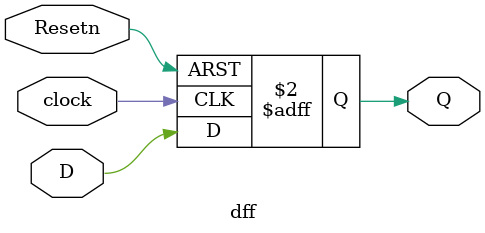
<source format=v>
module dff(D,clock,Resetn,Q);
input D,clock,Resetn;
output reg Q;
always @ (posedge clock or posedge Resetn)
begin
if(Resetn)
	Q <= 0;
else
	Q <= D;
end
endmodule

</source>
